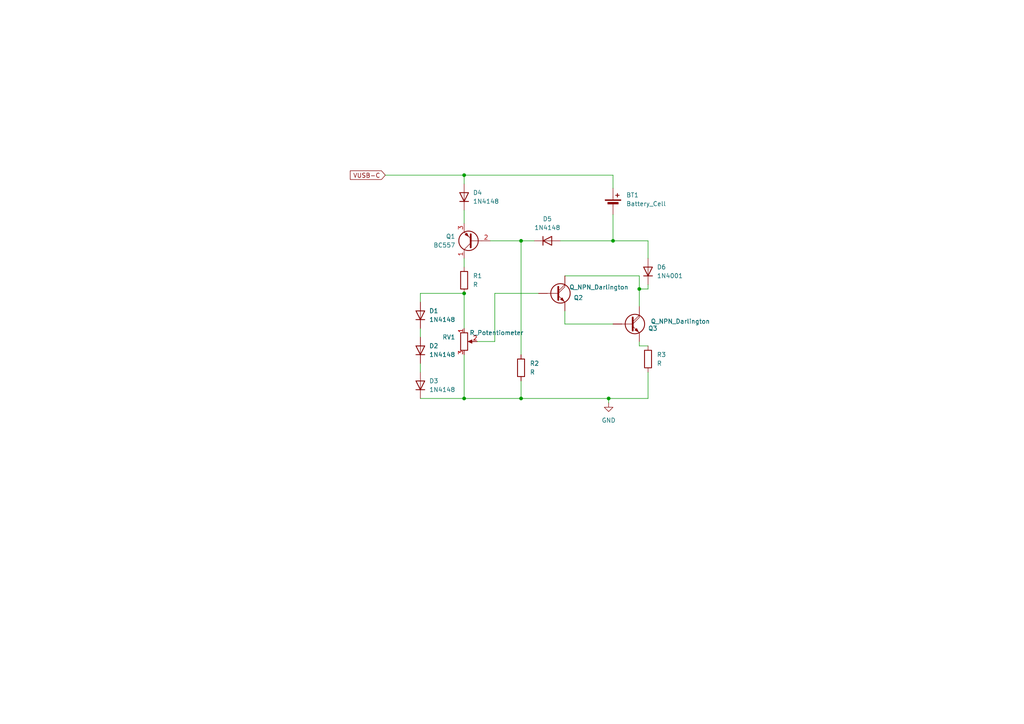
<source format=kicad_sch>
(kicad_sch (version 20250114) (generator "eeschema") (generator_version "9.0")
  (paper "A4")
  (lib_symbols
    (symbol "Device:Battery_Cell" (pin_numbers (hide yes)) (pin_names (offset 0) (hide yes))
      (property "Reference" "BT" (at 2.54 2.54 0))
      (property "Value" "Battery_Cell" (at 2.54 0 0))
      (symbol "Battery_Cell_0_1"
        (rectangle (start -2.286 1.778) (end 2.286 1.524) (fill (type outline)))
        (rectangle (start -1.524 1.016) (end 1.524 0.508) (fill (type outline)))
        (polyline (pts (xy 0 1.778) (xy 0 2.54)))
        (polyline (pts (xy 0 0.762) (xy 0 0)))
        (polyline (pts (xy 0.762 3.048) (xy 1.778 3.048)) (stroke (width 0.254)))
        (polyline (pts (xy 1.27 3.556) (xy 1.27 2.54)) (stroke (width 0.254)))
      )
      (symbol "Battery_Cell_1_1"
        (pin passive line (at 0 5.08 270) (length 2.54) (name "+") (number "1"))
        (pin passive line (at 0 -2.54 90) (length 2.54) (name "-") (number "2"))
      )
    )
    (symbol "Device:Q_NPN_Darlington" (pin_numbers (hide yes)) (pin_names (offset 0) (hide yes))
      (property "Reference" "Q" (at 4.572 1.27 0))
      (property "Value" "Q_NPN_Darlington" (at 4.572 -1.27 0))
      (symbol "Q_NPN_Darlington_0_1"
        (polyline (pts (xy -2.54 0) (xy 0.635 0)))
        (polyline (pts (xy 0.635 1.905) (xy 0.635 -1.905)) (stroke (width 0.508)))
        (polyline (pts (xy 0.635 0.635) (xy 2.54 2.54)))
        (polyline (pts (xy 0.635 0) (xy 2.54 1.905) (xy 2.54 2.54)))
        (polyline (pts (xy 0.635 -0.635) (xy 2.54 -2.54)))
        (circle (center 1.27 0) (radius 2.8194) (stroke (width 0.254)))
        (polyline (pts (xy 1.27 -1.778) (xy 1.778 -1.27) (xy 2.286 -2.286) (xy 1.27 -1.778)) (fill (type outline)))
      )
      (symbol "Q_NPN_Darlington_1_1"
        (pin input line (at -5.08 0 0) (length 2.54) (name "B") (number "B"))
        (pin passive line (at 2.54 5.08 270) (length 2.54) (name "C") (number "C"))
        (pin passive line (at 2.54 -5.08 90) (length 2.54) (name "E") (number "E"))
      )
    )
    (symbol "Device:R" (pin_numbers (hide yes)) (pin_names (offset 0))
      (property "Reference" "R" (at 2.032 0 90))
      (property "Value" "R" (at 0 0 90))
      (symbol "R_0_1"
        (rectangle (start -1.016 -2.54) (end 1.016 2.54) (stroke (width 0.254)))
      )
      (symbol "R_1_1"
        (pin passive line (at 0 3.81 270) (length 1.27) (name "~") (number "1"))
        (pin passive line (at 0 -3.81 90) (length 1.27) (name "~") (number "2"))
      )
    )
    (symbol "Device:R_Potentiometer" (pin_names (offset 1.016) (hide yes))
      (property "Reference" "RV" (at -4.445 0 90))
      (property "Value" "R_Potentiometer" (at -2.54 0 90))
      (symbol "R_Potentiometer_0_1"
        (rectangle (start 1.016 2.54) (end -1.016 -2.54) (stroke (width 0.254)))
        (polyline (pts (xy 1.143 0) (xy 2.286 0.508) (xy 2.286 -0.508) (xy 1.143 0)) (fill (type outline)))
        (polyline (pts (xy 2.54 0) (xy 1.524 0)))
      )
      (symbol "R_Potentiometer_1_1"
        (pin passive line (at 0 3.81 270) (length 1.27) (name "1") (number "1"))
        (pin passive line (at 0 -3.81 90) (length 1.27) (name "3") (number "3"))
        (pin passive line (at 3.81 0 180) (length 1.27) (name "2") (number "2"))
      )
    )
    (symbol "Diode:1N4001" (pin_numbers (hide yes)) (pin_names (hide yes))
      (property "Reference" "D" (at 0 2.54 0))
      (property "Value" "1N4001" (at 0 -2.54 0))
      (symbol "1N4001_0_1"
        (polyline (pts (xy -1.27 1.27) (xy -1.27 -1.27)) (stroke (width 0.254)))
        (polyline (pts (xy 1.27 1.27) (xy 1.27 -1.27) (xy -1.27 0) (xy 1.27 1.27)) (stroke (width 0.254)))
        (polyline (pts (xy 1.27 0) (xy -1.27 0)))
      )
      (symbol "1N4001_1_1"
        (pin passive line (at -3.81 0 0) (length 2.54) (name "K") (number "1"))
        (pin passive line (at 3.81 0 180) (length 2.54) (name "A") (number "2"))
      )
    )
    (symbol "Diode:1N4148" (pin_numbers (hide yes)) (pin_names (hide yes))
      (property "Reference" "D" (at 0 2.54 0))
      (property "Value" "1N4148" (at 0 -2.54 0))
      (symbol "1N4148_0_1"
        (polyline (pts (xy -1.27 1.27) (xy -1.27 -1.27)) (stroke (width 0.254)))
        (polyline (pts (xy 1.27 1.27) (xy 1.27 -1.27) (xy -1.27 0) (xy 1.27 1.27)) (stroke (width 0.254)))
        (polyline (pts (xy 1.27 0) (xy -1.27 0)))
      )
      (symbol "1N4148_1_1"
        (pin passive line (at -3.81 0 0) (length 2.54) (name "K") (number "1"))
        (pin passive line (at 3.81 0 180) (length 2.54) (name "A") (number "2"))
      )
    )
    (symbol "Transistor_BJT:BC557" (pin_names (offset 0) (hide yes))
      (property "Reference" "Q" (at 5.08 1.905 0))
      (property "Value" "BC557" (at 5.08 0 0))
      (symbol "BC557_0_1"
        (polyline (pts (xy -2.54 0) (xy 0.635 0)))
        (polyline (pts (xy 0.635 1.905) (xy 0.635 -1.905)) (stroke (width 0.508)))
        (polyline (pts (xy 0.635 0.635) (xy 2.54 2.54)))
        (polyline (pts (xy 0.635 -0.635) (xy 2.54 -2.54)))
        (circle (center 1.27 0) (radius 2.8194) (stroke (width 0.254)))
        (polyline (pts (xy 2.286 -1.778) (xy 1.778 -2.286) (xy 1.27 -1.27) (xy 2.286 -1.778)) (fill (type outline)))
      )
      (symbol "BC557_1_1"
        (pin input line (at -5.08 0 0) (length 2.54) (name "B") (number "2"))
        (pin passive line (at 2.54 5.08 270) (length 2.54) (name "C") (number "1"))
        (pin passive line (at 2.54 -5.08 90) (length 2.54) (name "E") (number "3"))
      )
    )
    (symbol "power:GND" (power) (pin_numbers (hide yes)) (pin_names (offset 0) (hide yes))
      (property "Value" "GND" (at 0 -3.81 0))
      (symbol "GND_0_1"
        (polyline (pts (xy 0 0) (xy 0 -1.27) (xy 1.27 -1.27) (xy 0 -2.54) (xy -1.27 -1.27) (xy 0 -1.27)))
      )
      (symbol "GND_1_1"
        (pin power_in line (at 0 0 270) (length 0) (name "~") (number "1"))
      )
    )
  )
  (junction (at 185.42 83.82))
  (junction (at 151.13 69.85))
  (junction (at 151.13 115.57))
  (junction (at 176.53 115.57))
  (junction (at 177.8 69.85))
  (junction (at 134.62 85.09))
  (junction (at 134.62 50.8))
  (junction (at 134.62 115.57))
  (wire (pts (xy 187.96 83.82) (xy 185.42 83.82)))
  (wire (pts (xy 163.83 93.98) (xy 163.83 90.17)))
  (wire (pts (xy 162.56 69.85) (xy 177.8 69.85)))
  (wire (pts (xy 134.62 50.8) (xy 177.8 50.8)))
  (wire (pts (xy 151.13 110.49) (xy 151.13 115.57)))
  (wire (pts (xy 134.62 60.96) (xy 134.62 64.77)))
  (wire (pts (xy 121.92 115.57) (xy 134.62 115.57)))
  (wire (pts (xy 134.62 115.57) (xy 151.13 115.57)))
  (wire (pts (xy 142.24 69.85) (xy 151.13 69.85)))
  (wire (pts (xy 134.62 102.87) (xy 134.62 115.57)))
  (wire (pts (xy 187.96 69.85) (xy 177.8 69.85)))
  (wire (pts (xy 187.96 100.33) (xy 185.42 100.33)))
  (wire (pts (xy 156.21 85.09) (xy 143.51 85.09)))
  (wire (pts (xy 176.53 115.57) (xy 176.53 116.84)))
  (wire (pts (xy 177.8 50.8) (xy 177.8 54.61)))
  (wire (pts (xy 187.96 107.95) (xy 187.96 115.57)))
  (wire (pts (xy 185.42 80.01) (xy 185.42 83.82)))
  (wire (pts (xy 121.92 105.41) (xy 121.92 107.95)))
  (wire (pts (xy 143.51 85.09) (xy 143.51 99.06)))
  (wire (pts (xy 151.13 115.57) (xy 176.53 115.57)))
  (wire (pts (xy 177.8 93.98) (xy 163.83 93.98)))
  (wire (pts (xy 111.76 50.8) (xy 134.62 50.8)))
  (wire (pts (xy 177.8 62.23) (xy 177.8 69.85)))
  (wire (pts (xy 151.13 69.85) (xy 154.94 69.85)))
  (wire (pts (xy 187.96 69.85) (xy 187.96 74.93)))
  (wire (pts (xy 134.62 85.09) (xy 134.62 95.25)))
  (wire (pts (xy 121.92 95.25) (xy 121.92 97.79)))
  (wire (pts (xy 163.83 80.01) (xy 185.42 80.01)))
  (wire (pts (xy 134.62 50.8) (xy 134.62 53.34)))
  (wire (pts (xy 185.42 100.33) (xy 185.42 99.06)))
  (wire (pts (xy 121.92 85.09) (xy 121.92 87.63)))
  (wire (pts (xy 134.62 85.09) (xy 121.92 85.09)))
  (wire (pts (xy 134.62 74.93) (xy 134.62 77.47)))
  (wire (pts (xy 187.96 82.55) (xy 187.96 83.82)))
  (wire (pts (xy 151.13 69.85) (xy 151.13 102.87)))
  (wire (pts (xy 143.51 99.06) (xy 138.43 99.06)))
  (wire (pts (xy 185.42 83.82) (xy 185.42 88.9)))
  (wire (pts (xy 187.96 115.57) (xy 176.53 115.57)))
  (global_label "VUSB-C" (shape input) (at 111.76 50.8 180) (property "Intersheetrefs" "${INTERSHEET_REFS}" (effects (hide yes))))
  (symbol (lib_id "Diode:1N4148") (at 121.92 101.6 90) (unit 1)
    (property "Reference" "D2" (at 124.46 100.3299 90) (effects (justify right)))
    (property "Value" "1N4148" (at 124.46 102.8699 90) (effects (justify right)))
    (property "Footprint" "Diode_THT:D_DO-35_SOD27_P7.62mm_Horizontal" (effects (hide yes)))
    (property "Datasheet" "https://assets.nexperia.com/documents/data-sheet/1N4148_1N4448.pdf" (effects (hide yes)))
    (property "Description" "100V 0.15A standard switching diode, DO-35" (effects (hide yes)))
    (property "Sim.Device" "D" (effects (hide yes)))
    (property "Sim.Pins" "1=K 2=A" (effects (hide yes)))
  )
  (symbol (lib_id "Transistor_BJT:BC557") (at 137.16 69.85 180) (unit 1)
    (property "Reference" "Q1" (at 132.08 68.5799 0) (effects (justify left)))
    (property "Value" "BC557" (at 132.08 71.1199 0) (effects (justify left)))
    (property "Footprint" "Package_TO_SOT_SMD:TO-252-2" (effects (hide yes)))
    (property "Datasheet" "https://www.onsemi.com/pub/Collateral/BC556BTA-D.pdf" (effects (hide yes)))
    (property "Description" "0.1A Ic, 45V Vce, PNP Small Signal Transistor, TO-92" (effects (hide yes)))
  )
  (symbol (lib_id "Device:R_Potentiometer") (at 134.62 99.06 0) (unit 1)
    (property "Reference" "RV1" (at 132.08 97.7899 0) (effects (justify right)))
    (property "Value" "R_Potentiometer" (at 151.892 96.52 0) (effects (justify right)))
    (property "Description" "Potentiometer" (effects (hide yes)))
  )
  (symbol (lib_id "Device:Battery_Cell") (at 177.8 59.69 0) (unit 1)
    (property "Reference" "BT1" (at 181.61 56.5784 0) (effects (justify left)))
    (property "Value" "Battery_Cell" (at 181.61 59.1184 0) (effects (justify left)))
    (property "Description" "Single-cell battery" (effects (hide yes)))
  )
  (symbol (lib_id "Device:Q_NPN_Darlington") (at 182.88 93.98 0) (unit 1)
    (property "Reference" "Q3" (at 187.96 95.2501 0) (effects (justify left)))
    (property "Value" "Q_NPN_Darlington" (at 188.722 93.218 0) (effects (justify left)))
    (property "Footprint" "Package_TO_SOT_SMD:TO-252-2" (effects (hide yes)))
    (property "Description" "NPN Darlington  bipolar junction transistor" (effects (hide yes)))
  )
  (symbol (lib_id "power:GND") (at 176.53 116.84 0) (unit 1)
    (property "Reference" "#PWR01" (effects (hide yes)))
    (property "Value" "GND" (at 176.53 121.92 0))
    (property "Description" "Power symbol creates a global label with name \"GND\" , ground" (effects (hide yes)))
  )
  (symbol (lib_id "Diode:1N4148") (at 121.92 111.76 90) (unit 1)
    (property "Reference" "D3" (at 124.46 110.4899 90) (effects (justify right)))
    (property "Value" "1N4148" (at 124.46 113.0299 90) (effects (justify right)))
    (property "Footprint" "Diode_THT:D_DO-35_SOD27_P7.62mm_Horizontal" (effects (hide yes)))
    (property "Datasheet" "https://assets.nexperia.com/documents/data-sheet/1N4148_1N4448.pdf" (effects (hide yes)))
    (property "Description" "100V 0.15A standard switching diode, DO-35" (effects (hide yes)))
    (property "Sim.Device" "D" (effects (hide yes)))
    (property "Sim.Pins" "1=K 2=A" (effects (hide yes)))
  )
  (symbol (lib_id "Device:Q_NPN_Darlington") (at 161.29 85.09 0) (unit 1)
    (property "Reference" "Q2" (at 166.37 86.3601 0) (effects (justify left)))
    (property "Value" "Q_NPN_Darlington" (at 165.1 83.312 0) (effects (justify left)))
    (property "Footprint" "Package_TO_SOT_SMD:TO-252-2" (effects (hide yes)))
    (property "Description" "NPN Darlington  bipolar junction transistor" (effects (hide yes)))
  )
  (symbol (lib_id "Device:R") (at 187.96 104.14 0) (unit 1)
    (property "Reference" "R3" (at 190.5 102.8699 0) (effects (justify left)))
    (property "Value" "R" (at 190.5 105.4099 0) (effects (justify left)))
    (property "Footprint" "Resistor_SMD:R_0402_1005Metric_Pad0.72x0.64mm_HandSolder" (effects (hide yes)))
    (property "Description" "Resistor" (effects (hide yes)))
  )
  (symbol (lib_id "Diode:1N4148") (at 134.62 57.15 90) (unit 1)
    (property "Reference" "D4" (at 137.16 55.8799 90) (effects (justify right)))
    (property "Value" "1N4148" (at 137.16 58.4199 90) (effects (justify right)))
    (property "Footprint" "Diode_THT:D_DO-35_SOD27_P7.62mm_Horizontal" (effects (hide yes)))
    (property "Datasheet" "https://assets.nexperia.com/documents/data-sheet/1N4148_1N4448.pdf" (effects (hide yes)))
    (property "Description" "100V 0.15A standard switching diode, DO-35" (effects (hide yes)))
    (property "Sim.Device" "D" (effects (hide yes)))
    (property "Sim.Pins" "1=K 2=A" (effects (hide yes)))
  )
  (symbol (lib_id "Diode:1N4148") (at 121.92 91.44 90) (unit 1)
    (property "Reference" "D1" (at 124.46 90.1699 90) (effects (justify right)))
    (property "Value" "1N4148" (at 124.46 92.7099 90) (effects (justify right)))
    (property "Footprint" "Diode_THT:D_DO-35_SOD27_P7.62mm_Horizontal" (effects (hide yes)))
    (property "Datasheet" "https://assets.nexperia.com/documents/data-sheet/1N4148_1N4448.pdf" (effects (hide yes)))
    (property "Description" "100V 0.15A standard switching diode, DO-35" (effects (hide yes)))
    (property "Sim.Device" "D" (effects (hide yes)))
    (property "Sim.Pins" "1=K 2=A" (effects (hide yes)))
  )
  (symbol (lib_id "Diode:1N4148") (at 158.75 69.85 0) (unit 1)
    (property "Reference" "D5" (at 158.75 63.5 0))
    (property "Value" "1N4148" (at 158.75 66.04 0))
    (property "Footprint" "Diode_THT:D_DO-35_SOD27_P7.62mm_Horizontal" (effects (hide yes)))
    (property "Datasheet" "https://assets.nexperia.com/documents/data-sheet/1N4148_1N4448.pdf" (effects (hide yes)))
    (property "Description" "100V 0.15A standard switching diode, DO-35" (effects (hide yes)))
    (property "Sim.Device" "D" (effects (hide yes)))
    (property "Sim.Pins" "1=K 2=A" (effects (hide yes)))
  )
  (symbol (lib_id "Device:R") (at 134.62 81.28 0) (unit 1)
    (property "Reference" "R1" (at 137.16 80.0099 0) (effects (justify left)))
    (property "Value" "R" (at 137.16 82.5499 0) (effects (justify left)))
    (property "Footprint" "Resistor_SMD:R_0402_1005Metric_Pad0.72x0.64mm_HandSolder" (effects (hide yes)))
    (property "Description" "Resistor" (effects (hide yes)))
  )
  (symbol (lib_id "Device:R") (at 151.13 106.68 0) (unit 1)
    (property "Reference" "R2" (at 153.67 105.4099 0) (effects (justify left)))
    (property "Value" "R" (at 153.67 107.9499 0) (effects (justify left)))
    (property "Footprint" "Resistor_SMD:R_0402_1005Metric_Pad0.72x0.64mm_HandSolder" (effects (hide yes)))
    (property "Description" "Resistor" (effects (hide yes)))
  )
  (symbol (lib_id "Diode:1N4001") (at 187.96 78.74 90) (unit 1)
    (property "Reference" "D6" (at 190.5 77.4699 90) (effects (justify right)))
    (property "Value" "1N4001" (at 190.5 80.0099 90) (effects (justify right)))
    (property "Footprint" "Diode_THT:D_DO-41_SOD81_P10.16mm_Horizontal" (effects (hide yes)))
    (property "Datasheet" "http://www.vishay.com/docs/88503/1n4001.pdf" (effects (hide yes)))
    (property "Description" "50V 1A General Purpose Rectifier Diode, DO-41" (effects (hide yes)))
    (property "Sim.Device" "D" (effects (hide yes)))
    (property "Sim.Pins" "1=K 2=A" (effects (hide yes)))
  )
)
</source>
